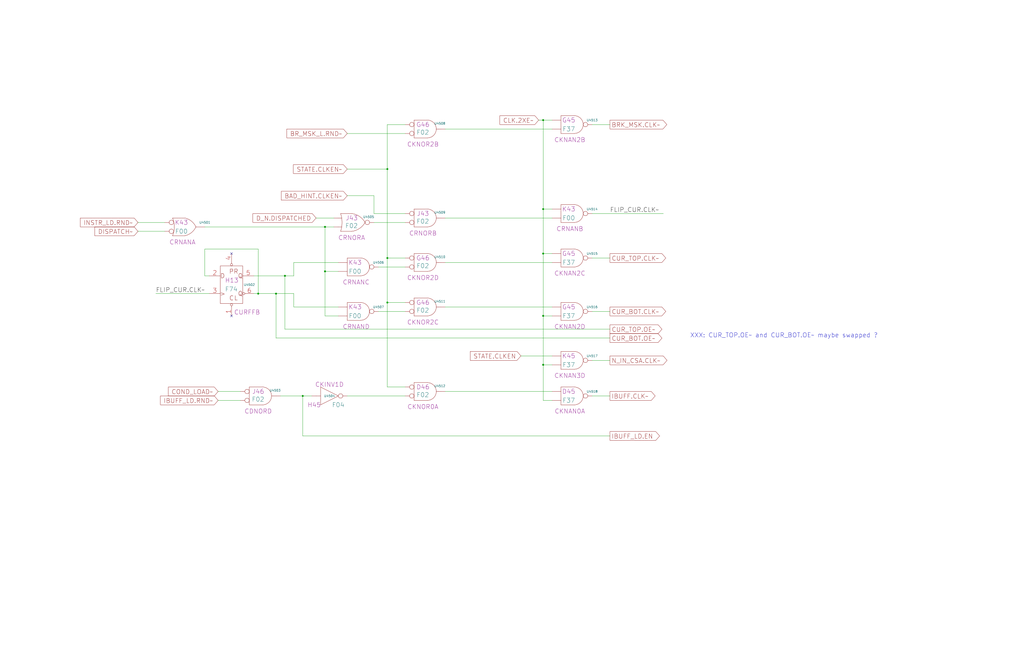
<source format=kicad_sch>
(kicad_sch (version 20230121) (generator eeschema)
  (paper "User" 584.2 378.46)
  (title_block (title "MACRO CONTROL") (date "22-MAY-90") (rev "1.0") (comment 1 "SEQUENCER") (comment 2 "232-003064") (comment 3 "S400") (comment 4 "RELEASED"))
  (lib_symbols
    (symbol "r1000:F00" (pin_numbers hide) (pin_names hide)
      (property "Reference" "U" (at 15.24 0 0))
      (property "Value" "F00" (at 1.905 -5.08 0))
      (property "Location" "___" (at 1.905 0 0))
      (property "Name" "______" (at 2.54 -12.7 0))
      (symbol "F00_0_1"
        (polyline (pts (xy -2.54 -7.62) (xy 5.08 -7.62)) (stroke (width 0.1524)))
        (polyline (pts (xy -2.54 2.54) (xy -2.54 -7.62)) (stroke (width 0.1524)))
        (polyline (pts (xy -2.54 2.54) (xy 5.08 2.54)) (stroke (width 0.1524)))
        (arc (start 5.08 -7.62) (mid 10.1282 -2.54) (end 5.08 2.54) (stroke (width 0.1524)))
        (circle (center 11.43 -2.54) (radius 1.27) (stroke (width 0.1524)))
      )
      (symbol "F00_0_2"
        (circle (center -3.81 -5.08) (radius 1.27) (stroke (width 0.1524)))
        (circle (center -3.81 0) (radius 1.27) (stroke (width 0.1524)))
        (arc (start -3.175 -7.62) (mid -2.134 -2.54) (end -3.175 2.54) (stroke (width 0.1524)))
        (polyline (pts (xy -3.175 -7.62) (xy 3.81 -7.62)) (stroke (width 0.1524)))
        (polyline (pts (xy -3.175 2.54) (xy 3.81 2.54)) (stroke (width 0.1524)))
        (arc (start 3.81 -7.62) (mid 7.5855 -5.8306) (end 10.16 -2.54) (stroke (width 0.1524)))
        (arc (start 10.16 -2.54) (mid 7.5827 0.7471) (end 3.81 2.54) (stroke (width 0.1524)))
      )
      (symbol "F00_1_1"
        (pin input line (at -7.62 0 0) (length 5.08) (name "D0") (number "1"))
        (pin input line (at -7.62 -5.08 0) (length 5.08) (name "D1") (number "2"))
        (pin output line (at 15.24 -2.54 180) (length 2.54) (name "Q") (number "3"))
      )
      (symbol "F00_1_2"
        (pin input line (at -7.62 0 0) (length 2.54) (name "D0") (number "1"))
        (pin input line (at -7.62 -5.08 0) (length 2.54) (name "D1") (number "2"))
        (pin output line (at 15.24 -2.54 180) (length 5.08) (name "Q") (number "3"))
      )
    )
    (symbol "r1000:F02" (pin_numbers hide) (pin_names hide)
      (property "Reference" "U" (at 12.16 0.635 0))
      (property "Value" "F02" (at -1.27 -4.445 0))
      (property "Location" "___" (at 2.54 0 0))
      (property "Name" "______" (at 2.54 -12.7 0))
      (symbol "F02_0_1"
        (arc (start -3.81 -7.62) (mid -2.9847 -2.54) (end -3.81 2.54) (stroke (width 0.1524)))
        (polyline (pts (xy -5.08 -5.08) (xy -3.175 -5.08)) (stroke (width 0.1524)))
        (polyline (pts (xy -5.08 0) (xy -3.175 0)) (stroke (width 0.1524)))
        (polyline (pts (xy -3.81 -7.62) (xy 2.54 -7.62)) (stroke (width 0.1524)))
        (polyline (pts (xy -3.81 2.54) (xy 2.54 2.54)) (stroke (width 0.1524)))
        (polyline (pts (xy 13.97 -2.54) (xy 12.7 -2.54)) (stroke (width 0.1524)))
        (arc (start 2.54 -7.62) (mid 6.9515 -5.9823) (end 10.16 -2.54) (stroke (width 0.1524)))
        (arc (start 10.16 -2.54) (mid 6.9478 0.8966) (end 2.54 2.54) (stroke (width 0.1524)))
        (circle (center 11.43 -2.54) (radius 1.27) (stroke (width 0.1524)))
      )
      (symbol "F02_0_2"
        (circle (center -3.81 -5.08) (radius 1.27) (stroke (width 0.1524)))
        (circle (center -3.81 0) (radius 1.27) (stroke (width 0.1524)))
        (polyline (pts (xy -2.54 -7.62) (xy 5.08 -7.62)) (stroke (width 0.1524)))
        (polyline (pts (xy -2.54 2.54) (xy -2.54 -7.62)) (stroke (width 0.1524)))
        (polyline (pts (xy -2.54 2.54) (xy 5.08 2.54)) (stroke (width 0.1524)))
        (polyline (pts (xy 11.43 -2.54) (xy 10.16 -2.54)) (stroke (width 0.1524)))
        (polyline (pts (xy 11.43 -2.54) (xy 12.7 -2.54)) (stroke (width 0.1524)))
        (arc (start 5.08 -7.62) (mid 10.1282 -2.54) (end 5.08 2.54) (stroke (width 0.1524)))
      )
      (symbol "F02_1_1"
        (pin input line (at -7.62 0 0) (length 2.54) (name "D0") (number "1"))
        (pin input line (at -7.62 -5.08 0) (length 2.54) (name "D1") (number "2"))
        (pin output line (at 15.24 -2.54 180) (length 1.27) (name "Q") (number "3"))
      )
      (symbol "F02_1_2"
        (pin input line (at -7.62 0 0) (length 2.54) (name "D0") (number "1"))
        (pin input line (at -7.62 -5.08 0) (length 2.54) (name "D1") (number "2"))
        (pin output line (at 15.24 -2.54 180) (length 2.54) (name "Q") (number "3"))
      )
    )
    (symbol "r1000:F04" (pin_numbers hide) (pin_names hide)
      (property "Reference" "U" (at 0 0 0))
      (property "Value" "F04" (at 1.27 -5.08 0))
      (property "Location" "___" (at -12.7 -5.08 0))
      (property "Name" "______" (at 0 5.08 0))
      (symbol "F04_0_1"
        (polyline (pts (xy -7.62 0) (xy -5.08 0)) (stroke (width 0.1524)))
        (polyline (pts (xy -5.08 5.08) (xy -5.08 -5.08)) (stroke (width 0.1524)))
        (polyline (pts (xy 5.08 0) (xy -5.08 -5.08)) (stroke (width 0.1524)))
        (polyline (pts (xy 5.08 0) (xy -5.08 5.08)) (stroke (width 0.1524)))
        (circle (center 6.35 0) (radius 1.27) (stroke (width 0.1524)))
      )
      (symbol "F04_1_1"
        (pin input line (at -10.16 0 0) (length 2.54) (name "D0") (number "1"))
        (pin output line (at 10.16 0 180) (length 2.54) (name "Q") (number "2"))
      )
    )
    (symbol "r1000:F37" (pin_numbers hide) (pin_names (offset 0) hide)
      (property "Reference" "U" (at 15.24 0 0))
      (property "Value" "F37" (at 1.905 -5.08 0))
      (property "Location" "___" (at 1.905 0 0))
      (property "Name" "______" (at 2.54 -12.7 0))
      (symbol "F37_0_1"
        (polyline (pts (xy -2.54 -7.62) (xy 5.08 -7.62)) (stroke (width 0.1524)))
        (polyline (pts (xy -2.54 2.54) (xy -2.54 -7.62)) (stroke (width 0.1524)))
        (polyline (pts (xy -2.54 2.54) (xy 5.08 2.54)) (stroke (width 0.1524)))
        (arc (start 5.08 -7.62) (mid 10.1282 -2.54) (end 5.08 2.54) (stroke (width 0.1524)))
        (circle (center 11.43 -2.54) (radius 1.27) (stroke (width 0.1524)))
      )
      (symbol "F37_0_2"
        (circle (center -3.81 -5.08) (radius 1.27) (stroke (width 0.1524)))
        (circle (center -3.81 0) (radius 1.27) (stroke (width 0.1524)))
        (arc (start -3.175 -7.62) (mid -2.134 -2.54) (end -3.175 2.54) (stroke (width 0.1524)))
        (polyline (pts (xy -3.175 -7.62) (xy 3.81 -7.62)) (stroke (width 0.1524)))
        (polyline (pts (xy -3.175 2.54) (xy 3.81 2.54)) (stroke (width 0.1524)))
        (arc (start 3.81 -7.62) (mid 7.5855 -5.8306) (end 10.16 -2.54) (stroke (width 0.1524)))
        (arc (start 10.16 -2.54) (mid 7.5827 0.7471) (end 3.81 2.54) (stroke (width 0.1524)))
      )
      (symbol "F37_1_1"
        (pin input line (at -7.62 0 0) (length 5.08) (name "D0") (number "1"))
        (pin input line (at -7.62 -5.08 0) (length 5.08) (name "D1") (number "2"))
        (pin output line (at 15.24 -2.54 180) (length 2.54) (name "Q") (number "3"))
      )
      (symbol "F37_1_2"
        (pin input line (at -7.62 0 0) (length 2.54) (name "D0") (number "1"))
        (pin input line (at -7.62 -5.08 0) (length 2.54) (name "D1") (number "2"))
        (pin output line (at 15.24 -2.54 180) (length 5.08) (name "Q") (number "3"))
      )
    )
    (symbol "r1000:F74" (pin_names (offset 1.016) hide)
      (property "Reference" "U" (at 12.7 -2.54 0))
      (property "Value" "F74" (at -1.27 -5.08 0))
      (property "Location" "___" (at -1.27 0 0))
      (property "Name" "______" (at 11.43 -19.685 0))
      (symbol "F74_0_1"
        (rectangle (start -3.81 8.255) (end 8.89 -13.335) (stroke (width 0.1524)))
        (polyline (pts (xy 2.54 -15.24) (xy 2.54 -14.605)) (stroke (width 0.1524)))
        (polyline (pts (xy 2.54 10.16) (xy 2.54 9.525)) (stroke (width 0.1524)))
      )
      (symbol "F74_1_1"
        (circle (center 2.54 -13.97) (radius 0.635))
        (circle (center 2.54 8.89) (radius 0.635))
        (circle (center 9.525 -7.62) (radius 0.635))
        (text ">" (at -2.54 -7.62 0) (effects (font (size 2.54 2.54))))
        (text "C" (at 2.54 -10.16 0) (effects (font (size 2.54 2.54))))
        (text "D" (at -2.54 2.54 0) (effects (font (size 2.54 2.54))))
        (text "L" (at 5.08 -10.16 0) (effects (font (size 2.54 2.54))))
        (text "P" (at 2.54 5.08 0) (effects (font (size 2.54 2.54))))
        (text "Q" (at 7.62 -7.62 0) (effects (font (size 2.54 2.54))))
        (text "Q" (at 7.62 2.54 0) (effects (font (size 2.54 2.54))))
        (text "R" (at 5.08 5.08 0) (effects (font (size 2.54 2.54))))
        (pin input line (at 2.54 -20.32 90) (length 5.08) (name "CL_") (number "1"))
        (pin input line (at -10.16 2.54 0) (length 6.35) (name "D") (number "2"))
        (pin input line (at -10.16 -7.62 0) (length 6.35) (name "CLK") (number "3"))
        (pin input line (at 2.54 15.24 270) (length 5.08) (name "PR_") (number "4"))
        (pin output line (at 15.24 2.54 180) (length 6.35) (name "Q") (number "5"))
        (pin output line (at 15.24 -7.62 180) (length 5.08) (name "Q_") (number "6"))
      )
    )
  )
  (junction (at 309.88 144.78))
  (junction (at 185.42 154.94))
  (junction (at 162.56 157.48))
  (junction (at 309.88 119.38))
  (junction (at 172.72 226.06))
  (junction (at 309.88 208.28))
  (junction (at 220.98 147.32))
  (junction (at 309.88 68.58))
  (junction (at 147.32 167.64))
  (junction (at 157.48 167.64))
  (junction (at 220.98 96.52))
  (junction (at 185.42 129.54))
  (junction (at 309.88 180.34))
  (junction (at 220.98 172.72))
  (no_connect (at 132.08 144.78))
  (no_connect (at 132.08 180.34))
  (wire (pts (xy 347.98 193.04) (xy 157.48 193.04)))
  (wire (pts (xy 193.04 180.34) (xy 185.42 180.34)))
  (wire (pts (xy 337.82 121.92) (xy 378.46 121.92)))
  (wire (pts (xy 198.12 111.76) (xy 213.36 111.76)))
  (wire (pts (xy 185.42 154.94) (xy 193.04 154.94)))
  (wire (pts (xy 124.46 228.6) (xy 137.16 228.6)))
  (wire (pts (xy 254 223.52) (xy 314.96 223.52)))
  (wire (pts (xy 220.98 71.12) (xy 231.14 71.12)))
  (wire (pts (xy 185.42 129.54) (xy 190.5 129.54)))
  (wire (pts (xy 220.98 172.72) (xy 220.98 147.32)))
  (wire (pts (xy 231.14 220.98) (xy 220.98 220.98)))
  (wire (pts (xy 172.72 226.06) (xy 172.72 248.92)))
  (wire (pts (xy 213.36 111.76) (xy 213.36 121.92)))
  (wire (pts (xy 254 73.66) (xy 314.96 73.66)))
  (wire (pts (xy 147.32 142.24) (xy 147.32 167.64)))
  (wire (pts (xy 198.12 96.52) (xy 220.98 96.52)))
  (wire (pts (xy 160.02 226.06) (xy 172.72 226.06)))
  (wire (pts (xy 162.56 157.48) (xy 144.78 157.48)))
  (wire (pts (xy 309.88 119.38) (xy 309.88 144.78)))
  (wire (pts (xy 314.96 119.38) (xy 309.88 119.38)))
  (wire (pts (xy 337.82 71.12) (xy 347.98 71.12)))
  (wire (pts (xy 307.34 68.58) (xy 309.88 68.58)))
  (wire (pts (xy 167.64 175.26) (xy 167.64 167.64)))
  (wire (pts (xy 337.82 147.32) (xy 347.98 147.32)))
  (wire (pts (xy 213.36 121.92) (xy 231.14 121.92)))
  (wire (pts (xy 215.9 152.4) (xy 231.14 152.4)))
  (wire (pts (xy 172.72 248.92) (xy 347.98 248.92)))
  (wire (pts (xy 337.82 226.06) (xy 347.98 226.06)))
  (wire (pts (xy 309.88 208.28) (xy 309.88 228.6)))
  (wire (pts (xy 185.42 154.94) (xy 185.42 129.54)))
  (wire (pts (xy 198.12 76.2) (xy 231.14 76.2)))
  (wire (pts (xy 167.64 149.86) (xy 167.64 157.48)))
  (wire (pts (xy 309.88 68.58) (xy 314.96 68.58)))
  (wire (pts (xy 180.34 124.46) (xy 190.5 124.46)))
  (wire (pts (xy 157.48 167.64) (xy 167.64 167.64)))
  (wire (pts (xy 78.74 127) (xy 93.98 127)))
  (wire (pts (xy 220.98 96.52) (xy 220.98 71.12)))
  (wire (pts (xy 193.04 149.86) (xy 167.64 149.86)))
  (wire (pts (xy 147.32 167.64) (xy 157.48 167.64)))
  (wire (pts (xy 88.9 167.64) (xy 119.38 167.64)))
  (wire (pts (xy 337.82 205.74) (xy 347.98 205.74)))
  (wire (pts (xy 314.96 180.34) (xy 309.88 180.34)))
  (wire (pts (xy 116.84 142.24) (xy 147.32 142.24)))
  (wire (pts (xy 309.88 144.78) (xy 314.96 144.78)))
  (wire (pts (xy 309.88 208.28) (xy 309.88 180.34)))
  (wire (pts (xy 297.18 203.2) (xy 314.96 203.2)))
  (wire (pts (xy 144.78 167.64) (xy 147.32 167.64)))
  (wire (pts (xy 314.96 208.28) (xy 309.88 208.28)))
  (wire (pts (xy 172.72 226.06) (xy 177.8 226.06)))
  (wire (pts (xy 220.98 147.32) (xy 231.14 147.32)))
  (wire (pts (xy 215.9 177.8) (xy 231.14 177.8)))
  (wire (pts (xy 116.84 129.54) (xy 185.42 129.54)))
  (wire (pts (xy 198.12 226.06) (xy 231.14 226.06)))
  (wire (pts (xy 157.48 167.64) (xy 157.48 193.04)))
  (wire (pts (xy 220.98 96.52) (xy 220.98 147.32)))
  (wire (pts (xy 337.82 177.8) (xy 347.98 177.8)))
  (wire (pts (xy 119.38 157.48) (xy 116.84 157.48)))
  (wire (pts (xy 254 124.46) (xy 314.96 124.46)))
  (wire (pts (xy 254 175.26) (xy 314.96 175.26)))
  (wire (pts (xy 314.96 228.6) (xy 309.88 228.6)))
  (wire (pts (xy 193.04 175.26) (xy 167.64 175.26)))
  (wire (pts (xy 220.98 220.98) (xy 220.98 172.72)))
  (wire (pts (xy 167.64 157.48) (xy 162.56 157.48)))
  (wire (pts (xy 185.42 180.34) (xy 185.42 154.94)))
  (wire (pts (xy 124.46 223.52) (xy 137.16 223.52)))
  (wire (pts (xy 309.88 119.38) (xy 309.88 68.58)))
  (wire (pts (xy 231.14 172.72) (xy 220.98 172.72)))
  (wire (pts (xy 254 149.86) (xy 314.96 149.86)))
  (wire (pts (xy 162.56 157.48) (xy 162.56 187.96)))
  (wire (pts (xy 78.74 132.08) (xy 93.98 132.08)))
  (wire (pts (xy 347.98 187.96) (xy 162.56 187.96)))
  (wire (pts (xy 213.36 127) (xy 231.14 127)))
  (wire (pts (xy 309.88 180.34) (xy 309.88 144.78)))
  (wire (pts (xy 116.84 157.48) (xy 116.84 142.24)))
  (text "XXX: CUR_TOP.OE~ and CUR_BOT.OE~ maybe swapped ?\n" (at 393.7 193.04 0) (effects (font (size 2.54 2.54)) (justify left bottom)))
  (label "FLIP_CUR.CLK~" (at 347.98 121.92 0) (effects (font (size 2.54 2.54))))
  (label "FLIP_CUR.CLK~" (at 88.9 167.64 0) (effects (font (size 2.54 2.54))))
  (global_label "CUR_TOP.OE~" (shape output) (at 347.98 187.96 0) (effects (font (size 2.54 2.54))) (property "Intersheetrefs" "${INTERSHEET_REFS}" (at 377.6012 187.8013 0) (effects (font (size 1.905 1.905)) (justify left))))
  (global_label "DISPATCH~" (shape input) (at 78.74 132.08 180) (effects (font (size 2.54 2.54))) (property "Intersheetrefs" "${INTERSHEET_REFS}" (at 54.0778 131.9213 0) (effects (font (size 1.905 1.905)) (justify right))))
  (global_label "IBUFF.CLK~" (shape output) (at 347.98 226.06 0) (effects (font (size 2.54 2.54))) (property "Intersheetrefs" "${INTERSHEET_REFS}" (at 373.7308 225.9013 0) (effects (font (size 1.905 1.905)) (justify left))))
  (global_label "D_N.DISPATCHED" (shape input) (at 180.34 124.46 180) (effects (font (size 2.54 2.54))) (property "Intersheetrefs" "${INTERSHEET_REFS}" (at 144.3083 124.3013 0) (effects (font (size 1.905 1.905)) (justify right))))
  (global_label "CUR_BOT.OE~" (shape output) (at 347.98 193.04 0) (effects (font (size 2.54 2.54))) (property "Intersheetrefs" "${INTERSHEET_REFS}" (at 377.6012 192.8813 0) (effects (font (size 1.905 1.905)) (justify left))))
  (global_label "CUR_TOP.CLK~" (shape output) (at 347.98 147.32 0) (effects (font (size 2.54 2.54))) (property "Intersheetrefs" "${INTERSHEET_REFS}" (at 379.7784 147.1613 0) (effects (font (size 1.905 1.905)) (justify left))))
  (global_label "BAD_HINT.CLKEN~" (shape input) (at 198.12 111.76 180) (effects (font (size 2.54 2.54))) (property "Intersheetrefs" "${INTERSHEET_REFS}" (at 160.5159 111.6013 0) (effects (font (size 1.905 1.905)) (justify right))))
  (global_label "STATE.CLKEN" (shape input) (at 297.18 203.2 180) (effects (font (size 2.54 2.54))) (property "Intersheetrefs" "${INTERSHEET_REFS}" (at 268.2845 203.0413 0) (effects (font (size 1.905 1.905)) (justify right))))
  (global_label "CUR_BOT.CLK~" (shape output) (at 347.98 177.8 0) (effects (font (size 2.54 2.54))) (property "Intersheetrefs" "${INTERSHEET_REFS}" (at 379.7784 177.6413 0) (effects (font (size 1.905 1.905)) (justify left))))
  (global_label "CLK.2XE~" (shape input) (at 307.34 68.58 180) (effects (font (size 2.54 2.54))) (property "Intersheetrefs" "${INTERSHEET_REFS}" (at 279.0492 68.4213 0) (effects (font (size 1.905 1.905)) (justify right))))
  (global_label "COND_LOAD~" (shape input) (at 124.46 223.52 180) (effects (font (size 2.54 2.54))) (property "Intersheetrefs" "${INTERSHEET_REFS}" (at 96.0483 223.3613 0) (effects (font (size 1.905 1.905)) (justify right))))
  (global_label "N_IN_CSA.CLK~" (shape output) (at 347.98 205.74 0) (effects (font (size 2.54 2.54))) (property "Intersheetrefs" "${INTERSHEET_REFS}" (at 380.5041 205.5813 0) (effects (font (size 1.905 1.905)) (justify left))))
  (global_label "INSTR_LD.RND~" (shape input) (at 78.74 127 180) (effects (font (size 2.54 2.54))) (property "Intersheetrefs" "${INTERSHEET_REFS}" (at 45.853 126.8413 0) (effects (font (size 1.905 1.905)) (justify right))))
  (global_label "IBUFF_LD.EN" (shape output) (at 347.98 248.92 0) (effects (font (size 2.54 2.54))) (property "Intersheetrefs" "${INTERSHEET_REFS}" (at 376.2708 248.7613 0) (effects (font (size 1.905 1.905)) (justify left))))
  (global_label "BRK_MSK.CLK~" (shape output) (at 347.98 71.12 0) (effects (font (size 2.54 2.54))) (property "Intersheetrefs" "${INTERSHEET_REFS}" (at 380.3831 70.9613 0) (effects (font (size 1.905 1.905)) (justify left))))
  (global_label "STATE.CLKEN~" (shape input) (at 198.12 96.52 180) (effects (font (size 2.54 2.54))) (property "Intersheetrefs" "${INTERSHEET_REFS}" (at 161.2416 96.3613 0) (effects (font (size 1.905 1.905)) (justify right))))
  (global_label "BR_MSK_L.RND~" (shape input) (at 198.12 76.2 180) (effects (font (size 2.54 2.54))) (property "Intersheetrefs" "${INTERSHEET_REFS}" (at 163.6607 76.0413 0) (effects (font (size 1.905 1.905)) (justify right))))
  (global_label "IBUFF_LD.RND~" (shape input) (at 124.46 228.6 180) (effects (font (size 2.54 2.54))) (property "Intersheetrefs" "${INTERSHEET_REFS}" (at 91.573 228.4413 0) (effects (font (size 1.905 1.905)) (justify right))))
  (symbol (lib_id "r1000:F04") (at 187.96 226.06 0) (unit 1)
    (property "Reference" "U4504" (at 187.96 226.06 0))
    (property "Value" "F04" (at 189.23 231.14 0) (effects (font (size 2.54 2.54)) (justify left)))
    (property "Location" "H45" (at 175.26 231.14 0) (effects (font (size 2.54 2.54)) (justify left)))
    (property "Name" "CKINV1D" (at 187.96 220.98 0) (effects (font (size 2.54 2.54)) (justify bottom)))
  )
  (symbol (lib_id "r1000:F00") (at 200.66 175.26 0) (unit 1)
    (property "Reference" "U4507" (at 215.9 175.26 0))
    (property "Value" "F00" (at 202.565 180.34 0) (effects (font (size 2.54 2.54))))
    (property "Location" "K43" (at 202.565 175.26 0) (effects (font (size 2.54 2.54))))
    (property "Name" "CRNAND" (at 203.2 187.96 0) (effects (font (size 2.54 2.54)) (justify bottom)))
  )
  (symbol (lib_id "r1000:F00") (at 322.58 119.38 0) (unit 1)
    (property "Reference" "U4514" (at 337.82 119.38 0))
    (property "Value" "F00" (at 324.485 124.46 0) (effects (font (size 2.54 2.54))))
    (property "Location" "K43" (at 324.485 119.38 0) (effects (font (size 2.54 2.54))))
    (property "Name" "CRNANB" (at 325.12 132.08 0) (effects (font (size 2.54 2.54)) (justify bottom)))
  )
  (symbol (lib_id "r1000:F37") (at 322.58 203.2 0) (unit 1)
    (property "Reference" "U4517" (at 337.82 203.2 0))
    (property "Value" "F37" (at 324.485 208.28 0) (effects (font (size 2.54 2.54))))
    (property "Location" "K45" (at 324.485 203.2 0) (effects (font (size 2.54 2.54))))
    (property "Name" "CKNAN3D" (at 325.12 215.9 0) (effects (font (size 2.54 2.54)) (justify bottom)))
  )
  (symbol (lib_id "r1000:F37") (at 322.58 175.26 0) (unit 1)
    (property "Reference" "U4516" (at 337.82 175.26 0))
    (property "Value" "F37" (at 324.485 180.34 0) (effects (font (size 2.54 2.54))))
    (property "Location" "G45" (at 324.485 175.26 0) (effects (font (size 2.54 2.54))))
    (property "Name" "CKNAN2D" (at 325.12 187.96 0) (effects (font (size 2.54 2.54)) (justify bottom)))
  )
  (symbol (lib_id "r1000:F02") (at 238.76 172.72 0) (unit 1) (convert 2)
    (property "Reference" "U4511" (at 250.92 172.085 0))
    (property "Value" "F02" (at 237.49 177.165 0) (effects (font (size 2.54 2.54)) (justify left)))
    (property "Location" "G46" (at 241.3 172.72 0) (effects (font (size 2.54 2.54))))
    (property "Name" "CKNOR2C" (at 241.3 185.42 0) (effects (font (size 2.54 2.54)) (justify bottom)))
  )
  (symbol (lib_id "r1000:F37") (at 322.58 144.78 0) (unit 1)
    (property "Reference" "U4515" (at 337.82 144.78 0))
    (property "Value" "F37" (at 324.485 149.86 0) (effects (font (size 2.54 2.54))))
    (property "Location" "G45" (at 324.485 144.78 0) (effects (font (size 2.54 2.54))))
    (property "Name" "CKNAN2C" (at 325.12 157.48 0) (effects (font (size 2.54 2.54)) (justify bottom)))
  )
  (symbol (lib_id "r1000:F02") (at 238.76 121.92 0) (unit 1) (convert 2)
    (property "Reference" "U4509" (at 250.92 121.285 0))
    (property "Value" "F02" (at 237.49 126.365 0) (effects (font (size 2.54 2.54)) (justify left)))
    (property "Location" "J43" (at 241.3 121.92 0) (effects (font (size 2.54 2.54))))
    (property "Name" "CRNORB" (at 241.3 134.62 0) (effects (font (size 2.54 2.54)) (justify bottom)))
  )
  (symbol (lib_id "r1000:F02") (at 198.12 124.46 0) (unit 1)
    (property "Reference" "U4505" (at 210.28 123.825 0))
    (property "Value" "F02" (at 196.85 128.905 0) (effects (font (size 2.54 2.54)) (justify left)))
    (property "Location" "J43" (at 200.66 124.46 0) (effects (font (size 2.54 2.54))))
    (property "Name" "CRNORA" (at 200.66 137.16 0) (effects (font (size 2.54 2.54)) (justify bottom)))
  )
  (symbol (lib_id "r1000:F02") (at 238.76 147.32 0) (unit 1) (convert 2)
    (property "Reference" "U4510" (at 250.92 146.685 0))
    (property "Value" "F02" (at 237.49 151.765 0) (effects (font (size 2.54 2.54)) (justify left)))
    (property "Location" "G46" (at 241.3 147.32 0) (effects (font (size 2.54 2.54))))
    (property "Name" "CKNOR2D" (at 241.3 160.02 0) (effects (font (size 2.54 2.54)) (justify bottom)))
  )
  (symbol (lib_id "r1000:F37") (at 322.58 68.58 0) (unit 1)
    (property "Reference" "U4513" (at 337.82 68.58 0))
    (property "Value" "F37" (at 324.485 73.66 0) (effects (font (size 2.54 2.54))))
    (property "Location" "G45" (at 324.485 68.58 0) (effects (font (size 2.54 2.54))))
    (property "Name" "CKNAN2B" (at 325.12 81.28 0) (effects (font (size 2.54 2.54)) (justify bottom)))
  )
  (symbol (lib_id "r1000:F02") (at 238.76 220.98 0) (unit 1) (convert 2)
    (property "Reference" "U4512" (at 250.92 220.345 0))
    (property "Value" "F02" (at 237.49 225.425 0) (effects (font (size 2.54 2.54)) (justify left)))
    (property "Location" "D46" (at 241.3 220.98 0) (effects (font (size 2.54 2.54))))
    (property "Name" "CKNOR0A" (at 241.3 233.68 0) (effects (font (size 2.54 2.54)) (justify bottom)))
  )
  (symbol (lib_id "r1000:F37") (at 322.58 223.52 0) (unit 1)
    (property "Reference" "U4518" (at 337.82 223.52 0))
    (property "Value" "F37" (at 324.485 228.6 0) (effects (font (size 2.54 2.54))))
    (property "Location" "D45" (at 324.485 223.52 0) (effects (font (size 2.54 2.54))))
    (property "Name" "CKNAN0A" (at 325.12 236.22 0) (effects (font (size 2.54 2.54)) (justify bottom)))
  )
  (symbol (lib_id "r1000:F02") (at 238.76 71.12 0) (unit 1) (convert 2)
    (property "Reference" "U4508" (at 250.92 70.485 0))
    (property "Value" "F02" (at 237.49 75.565 0) (effects (font (size 2.54 2.54)) (justify left)))
    (property "Location" "G46" (at 241.3 71.12 0) (effects (font (size 2.54 2.54))))
    (property "Name" "CKNOR2B" (at 241.3 83.82 0) (effects (font (size 2.54 2.54)) (justify bottom)))
  )
  (symbol (lib_id "r1000:F00") (at 101.6 127 0) (unit 1) (convert 2)
    (property "Reference" "U4501" (at 116.84 127 0))
    (property "Value" "F00" (at 103.505 132.08 0) (effects (font (size 2.54 2.54))))
    (property "Location" "K43" (at 103.505 127 0) (effects (font (size 2.54 2.54))))
    (property "Name" "CRNANA" (at 104.14 139.7 0) (effects (font (size 2.54 2.54)) (justify bottom)))
  )
  (symbol (lib_id "r1000:F74") (at 129.54 160.02 0) (unit 1)
    (property "Reference" "U4502" (at 142.24 162.56 0))
    (property "Value" "F74" (at 128.27 165.1 0) (effects (font (size 2.54 2.54)) (justify left)))
    (property "Location" "H13" (at 128.27 160.02 0) (effects (font (size 2.54 2.54)) (justify left)))
    (property "Name" "CURFFB" (at 140.97 179.705 0) (effects (font (size 2.54 2.54)) (justify bottom)))
  )
  (symbol (lib_id "r1000:F00") (at 200.66 149.86 0) (unit 1)
    (property "Reference" "U4506" (at 215.9 149.86 0))
    (property "Value" "F00" (at 202.565 154.94 0) (effects (font (size 2.54 2.54))))
    (property "Location" "K43" (at 202.565 149.86 0) (effects (font (size 2.54 2.54))))
    (property "Name" "CRNANC" (at 203.2 162.56 0) (effects (font (size 2.54 2.54)) (justify bottom)))
  )
  (symbol (lib_id "r1000:F02") (at 144.78 223.52 0) (unit 1) (convert 2)
    (property "Reference" "U4503" (at 156.94 222.885 0))
    (property "Value" "F02" (at 143.51 227.965 0) (effects (font (size 2.54 2.54)) (justify left)))
    (property "Location" "J46" (at 147.32 223.52 0) (effects (font (size 2.54 2.54))))
    (property "Name" "CDNORD" (at 147.32 236.22 0) (effects (font (size 2.54 2.54)) (justify bottom)))
  )
)
</source>
